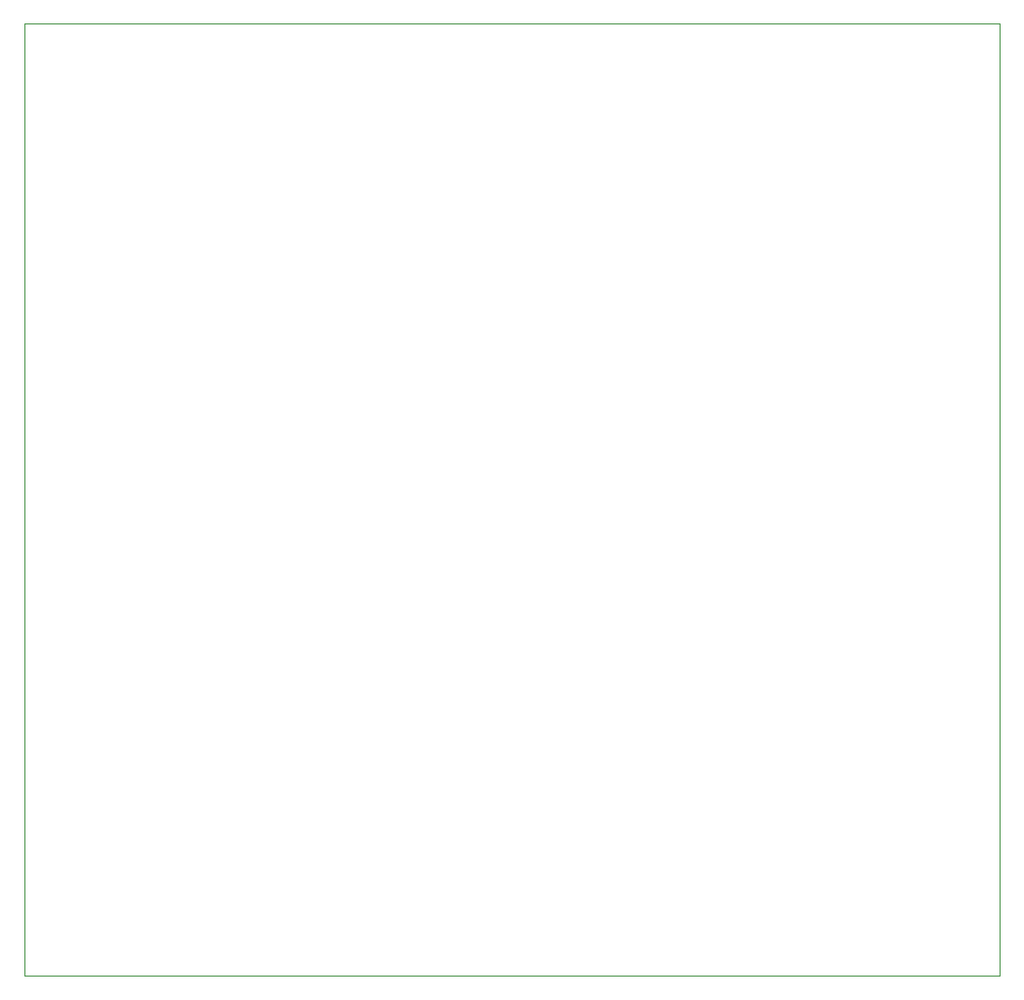
<source format=gbr>
%TF.GenerationSoftware,KiCad,Pcbnew,8.0.5*%
%TF.CreationDate,2024-10-27T20:16:48-04:00*%
%TF.ProjectId,classab-amp,636c6173-7361-4622-9d61-6d702e6b6963,rev?*%
%TF.SameCoordinates,Original*%
%TF.FileFunction,Profile,NP*%
%FSLAX46Y46*%
G04 Gerber Fmt 4.6, Leading zero omitted, Abs format (unit mm)*
G04 Created by KiCad (PCBNEW 8.0.5) date 2024-10-27 20:16:48*
%MOMM*%
%LPD*%
G01*
G04 APERTURE LIST*
%TA.AperFunction,Profile*%
%ADD10C,0.050000*%
%TD*%
G04 APERTURE END LIST*
D10*
X193040000Y-30480000D02*
X277495000Y-30480000D01*
X277495000Y-113030000D01*
X193040000Y-113030000D01*
X193040000Y-30480000D01*
M02*

</source>
